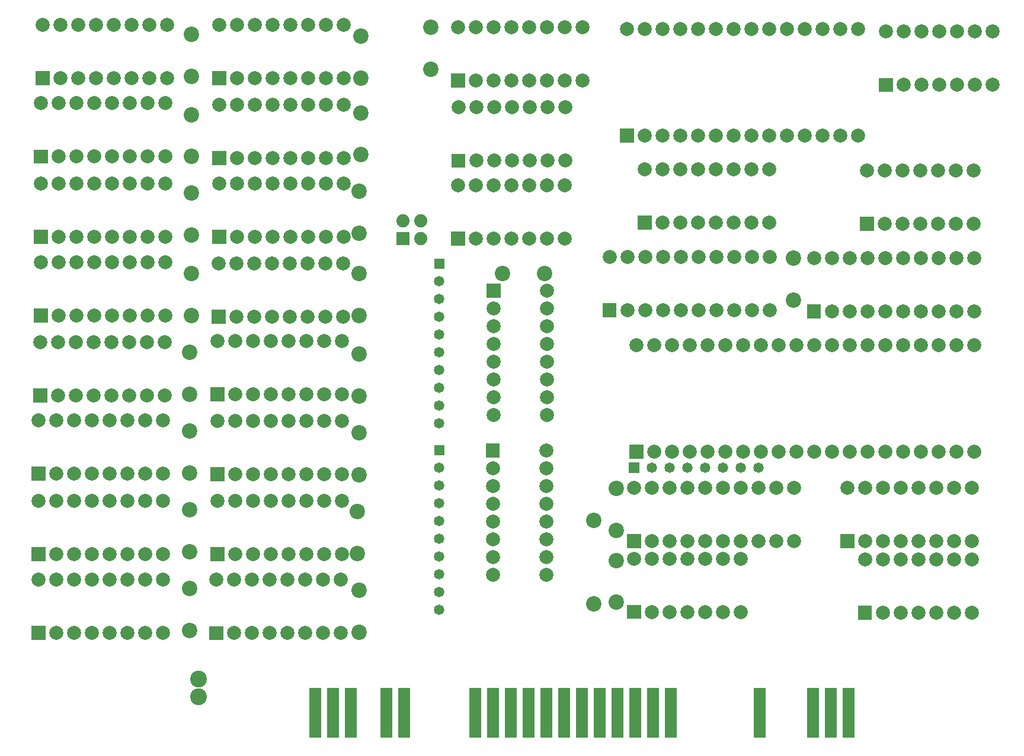
<source format=gbr>
%FSLAX34Y34*%
%MOMM*%
%LNSOLDERMASK_BOTTOM*%
G71*
G01*
%ADD10C,2.200*%
%ADD11R,1.800X7.200*%
%ADD12C,2.000*%
%ADD13C,2.400*%
%ADD14C,1.480*%
%ADD15C,1.880*%
%LPD*%
X700000Y672500D02*
G54D10*
D03*
X760000Y672500D02*
G54D10*
D03*
X862500Y262500D02*
G54D10*
D03*
X862500Y202500D02*
G54D10*
D03*
X862500Y365000D02*
G54D10*
D03*
X862500Y305000D02*
G54D10*
D03*
X495000Y220000D02*
G54D10*
D03*
X495000Y160000D02*
G54D10*
D03*
X492500Y332500D02*
G54D10*
D03*
X492500Y272500D02*
G54D10*
D03*
X495000Y445000D02*
G54D10*
D03*
X495000Y385000D02*
G54D10*
D03*
X495000Y557500D02*
G54D10*
D03*
X495000Y497500D02*
G54D10*
D03*
X495000Y672500D02*
G54D10*
D03*
X495000Y612500D02*
G54D10*
D03*
X495000Y790000D02*
G54D10*
D03*
X495000Y730000D02*
G54D10*
D03*
X497500Y902500D02*
G54D10*
D03*
X497500Y842500D02*
G54D10*
D03*
X497500Y1012500D02*
G54D10*
D03*
X497500Y952500D02*
G54D10*
D03*
X597500Y1025000D02*
G54D10*
D03*
X597500Y965000D02*
G54D10*
D03*
X1115000Y695000D02*
G54D10*
D03*
X1115000Y635000D02*
G54D10*
D03*
X255000Y1015000D02*
G54D10*
D03*
X255000Y955000D02*
G54D10*
D03*
X255000Y900000D02*
G54D10*
D03*
X255000Y840000D02*
G54D10*
D03*
X255000Y787500D02*
G54D10*
D03*
X255000Y727500D02*
G54D10*
D03*
X255000Y672500D02*
G54D10*
D03*
X255000Y612500D02*
G54D10*
D03*
X252500Y560000D02*
G54D10*
D03*
X252500Y500000D02*
G54D10*
D03*
X252500Y447500D02*
G54D10*
D03*
X252500Y387500D02*
G54D10*
D03*
X252500Y335000D02*
G54D10*
D03*
X252500Y275000D02*
G54D10*
D03*
X252500Y222500D02*
G54D10*
D03*
X252500Y162500D02*
G54D10*
D03*
X830000Y320000D02*
G54D10*
D03*
X830000Y200000D02*
G54D10*
D03*
X660400Y44450D02*
G54D11*
D03*
X685800Y44450D02*
G54D11*
D03*
X711200Y44450D02*
G54D11*
D03*
X736600Y44450D02*
G54D11*
D03*
X762000Y44450D02*
G54D11*
D03*
X787400Y44450D02*
G54D11*
D03*
X812800Y44450D02*
G54D11*
D03*
X838200Y44450D02*
G54D11*
D03*
X863600Y44450D02*
G54D11*
D03*
X889000Y44450D02*
G54D11*
D03*
X914400Y44450D02*
G54D11*
D03*
X939800Y44450D02*
G54D11*
D03*
X1066800Y44450D02*
G54D11*
D03*
X1143000Y44450D02*
G54D11*
D03*
X1168400Y44450D02*
G54D11*
D03*
X1193800Y44450D02*
G54D11*
D03*
X558800Y44450D02*
G54D11*
D03*
X533400Y44450D02*
G54D11*
D03*
X482600Y44450D02*
G54D11*
D03*
X457200Y44450D02*
G54D11*
D03*
X431800Y44450D02*
G54D11*
D03*
G36*
X32500Y962138D02*
X52500Y962138D01*
X52500Y942138D01*
X32500Y942138D01*
X32500Y962138D01*
G37*
X67900Y952138D02*
G54D12*
D03*
X93300Y952138D02*
G54D12*
D03*
X118700Y952138D02*
G54D12*
D03*
X144100Y952138D02*
G54D12*
D03*
X169500Y952138D02*
G54D12*
D03*
X194900Y952138D02*
G54D12*
D03*
X220300Y952138D02*
G54D12*
D03*
X220300Y1028338D02*
G54D12*
D03*
X194900Y1028338D02*
G54D12*
D03*
X169500Y1028338D02*
G54D12*
D03*
X144100Y1028338D02*
G54D12*
D03*
X118700Y1028338D02*
G54D12*
D03*
X93300Y1028338D02*
G54D12*
D03*
X67900Y1028338D02*
G54D12*
D03*
X42500Y1028338D02*
G54D12*
D03*
G36*
X30000Y850000D02*
X50000Y850000D01*
X50000Y830000D01*
X30000Y830000D01*
X30000Y850000D01*
G37*
X65400Y840000D02*
G54D12*
D03*
X90800Y840000D02*
G54D12*
D03*
X116200Y840000D02*
G54D12*
D03*
X141600Y840000D02*
G54D12*
D03*
X167000Y840000D02*
G54D12*
D03*
X192400Y840000D02*
G54D12*
D03*
X217800Y840000D02*
G54D12*
D03*
X217800Y916200D02*
G54D12*
D03*
X192400Y916200D02*
G54D12*
D03*
X167000Y916200D02*
G54D12*
D03*
X141600Y916200D02*
G54D12*
D03*
X116200Y916200D02*
G54D12*
D03*
X90800Y916200D02*
G54D12*
D03*
X65400Y916200D02*
G54D12*
D03*
X40000Y916200D02*
G54D12*
D03*
G36*
X30000Y735000D02*
X50000Y735000D01*
X50000Y715000D01*
X30000Y715000D01*
X30000Y735000D01*
G37*
X65400Y725000D02*
G54D12*
D03*
X90800Y725000D02*
G54D12*
D03*
X116200Y725000D02*
G54D12*
D03*
X141600Y725000D02*
G54D12*
D03*
X167000Y725000D02*
G54D12*
D03*
X192400Y725000D02*
G54D12*
D03*
X217800Y725000D02*
G54D12*
D03*
X217800Y801200D02*
G54D12*
D03*
X192400Y801200D02*
G54D12*
D03*
X167000Y801200D02*
G54D12*
D03*
X141600Y801200D02*
G54D12*
D03*
X116200Y801200D02*
G54D12*
D03*
X90800Y801200D02*
G54D12*
D03*
X65400Y801200D02*
G54D12*
D03*
X40000Y801200D02*
G54D12*
D03*
G36*
X30000Y622500D02*
X50000Y622500D01*
X50000Y602500D01*
X30000Y602500D01*
X30000Y622500D01*
G37*
X65400Y612500D02*
G54D12*
D03*
X90800Y612500D02*
G54D12*
D03*
X116200Y612500D02*
G54D12*
D03*
X141600Y612500D02*
G54D12*
D03*
X167000Y612500D02*
G54D12*
D03*
X192400Y612500D02*
G54D12*
D03*
X217800Y612500D02*
G54D12*
D03*
X217800Y688700D02*
G54D12*
D03*
X192400Y688700D02*
G54D12*
D03*
X167000Y688700D02*
G54D12*
D03*
X141600Y688700D02*
G54D12*
D03*
X116200Y688700D02*
G54D12*
D03*
X90800Y688700D02*
G54D12*
D03*
X65400Y688700D02*
G54D12*
D03*
X40000Y688700D02*
G54D12*
D03*
G36*
X29025Y508475D02*
X49025Y508475D01*
X49025Y488475D01*
X29025Y488475D01*
X29025Y508475D01*
G37*
X64425Y498475D02*
G54D12*
D03*
X89825Y498475D02*
G54D12*
D03*
X115225Y498475D02*
G54D12*
D03*
X140625Y498475D02*
G54D12*
D03*
X166025Y498475D02*
G54D12*
D03*
X191425Y498475D02*
G54D12*
D03*
X216825Y498475D02*
G54D12*
D03*
X216825Y574675D02*
G54D12*
D03*
X191425Y574675D02*
G54D12*
D03*
X166025Y574675D02*
G54D12*
D03*
X140625Y574675D02*
G54D12*
D03*
X115225Y574675D02*
G54D12*
D03*
X89825Y574675D02*
G54D12*
D03*
X64425Y574675D02*
G54D12*
D03*
X39025Y574675D02*
G54D12*
D03*
G36*
X26525Y396338D02*
X46525Y396338D01*
X46525Y376338D01*
X26525Y376338D01*
X26525Y396338D01*
G37*
X61925Y386338D02*
G54D12*
D03*
X87325Y386338D02*
G54D12*
D03*
X112725Y386338D02*
G54D12*
D03*
X138125Y386338D02*
G54D12*
D03*
X163525Y386338D02*
G54D12*
D03*
X188925Y386338D02*
G54D12*
D03*
X214325Y386338D02*
G54D12*
D03*
X214325Y462538D02*
G54D12*
D03*
X188925Y462538D02*
G54D12*
D03*
X163525Y462538D02*
G54D12*
D03*
X138125Y462538D02*
G54D12*
D03*
X112725Y462538D02*
G54D12*
D03*
X87325Y462538D02*
G54D12*
D03*
X61925Y462538D02*
G54D12*
D03*
X36525Y462538D02*
G54D12*
D03*
G36*
X26525Y281338D02*
X46525Y281338D01*
X46525Y261338D01*
X26525Y261338D01*
X26525Y281338D01*
G37*
X61925Y271338D02*
G54D12*
D03*
X87325Y271338D02*
G54D12*
D03*
X112725Y271338D02*
G54D12*
D03*
X138125Y271338D02*
G54D12*
D03*
X163525Y271338D02*
G54D12*
D03*
X188925Y271338D02*
G54D12*
D03*
X214325Y271338D02*
G54D12*
D03*
X214325Y347538D02*
G54D12*
D03*
X188925Y347538D02*
G54D12*
D03*
X163525Y347538D02*
G54D12*
D03*
X138125Y347538D02*
G54D12*
D03*
X112725Y347538D02*
G54D12*
D03*
X87325Y347538D02*
G54D12*
D03*
X61925Y347538D02*
G54D12*
D03*
X36525Y347538D02*
G54D12*
D03*
G36*
X26525Y168838D02*
X46525Y168838D01*
X46525Y148838D01*
X26525Y148838D01*
X26525Y168838D01*
G37*
X61925Y158838D02*
G54D12*
D03*
X87325Y158838D02*
G54D12*
D03*
X112725Y158838D02*
G54D12*
D03*
X138125Y158838D02*
G54D12*
D03*
X163525Y158838D02*
G54D12*
D03*
X188925Y158838D02*
G54D12*
D03*
X214325Y158838D02*
G54D12*
D03*
X214325Y235038D02*
G54D12*
D03*
X188925Y235038D02*
G54D12*
D03*
X163525Y235038D02*
G54D12*
D03*
X138125Y235038D02*
G54D12*
D03*
X112725Y235038D02*
G54D12*
D03*
X87325Y235038D02*
G54D12*
D03*
X61925Y235038D02*
G54D12*
D03*
X36525Y235038D02*
G54D12*
D03*
G36*
X284912Y962138D02*
X304912Y962138D01*
X304912Y942138D01*
X284912Y942138D01*
X284912Y962138D01*
G37*
X320312Y952138D02*
G54D12*
D03*
X345712Y952138D02*
G54D12*
D03*
X371112Y952138D02*
G54D12*
D03*
X396512Y952138D02*
G54D12*
D03*
X421912Y952138D02*
G54D12*
D03*
X447312Y952138D02*
G54D12*
D03*
X472712Y952138D02*
G54D12*
D03*
X472712Y1028338D02*
G54D12*
D03*
X447312Y1028338D02*
G54D12*
D03*
X421912Y1028338D02*
G54D12*
D03*
X396512Y1028338D02*
G54D12*
D03*
X371112Y1028338D02*
G54D12*
D03*
X345712Y1028338D02*
G54D12*
D03*
X320312Y1028338D02*
G54D12*
D03*
X294912Y1028338D02*
G54D12*
D03*
G36*
X284912Y847838D02*
X304912Y847838D01*
X304912Y827838D01*
X284912Y827838D01*
X284912Y847838D01*
G37*
X320312Y837838D02*
G54D12*
D03*
X345712Y837838D02*
G54D12*
D03*
X371112Y837838D02*
G54D12*
D03*
X396512Y837838D02*
G54D12*
D03*
X421912Y837838D02*
G54D12*
D03*
X447312Y837838D02*
G54D12*
D03*
X472712Y837838D02*
G54D12*
D03*
X472712Y914038D02*
G54D12*
D03*
X447312Y914038D02*
G54D12*
D03*
X421912Y914038D02*
G54D12*
D03*
X396512Y914038D02*
G54D12*
D03*
X371112Y914038D02*
G54D12*
D03*
X345712Y914038D02*
G54D12*
D03*
X320312Y914038D02*
G54D12*
D03*
X294912Y914038D02*
G54D12*
D03*
G36*
X284912Y735125D02*
X304912Y735125D01*
X304912Y715125D01*
X284912Y715125D01*
X284912Y735125D01*
G37*
X320312Y725125D02*
G54D12*
D03*
X345712Y725125D02*
G54D12*
D03*
X371112Y725125D02*
G54D12*
D03*
X396512Y725125D02*
G54D12*
D03*
X421912Y725125D02*
G54D12*
D03*
X447312Y725125D02*
G54D12*
D03*
X472712Y725125D02*
G54D12*
D03*
X472712Y801325D02*
G54D12*
D03*
X447312Y801325D02*
G54D12*
D03*
X421912Y801325D02*
G54D12*
D03*
X396512Y801325D02*
G54D12*
D03*
X371112Y801325D02*
G54D12*
D03*
X345712Y801325D02*
G54D12*
D03*
X320312Y801325D02*
G54D12*
D03*
X294912Y801325D02*
G54D12*
D03*
G36*
X284000Y620912D02*
X304000Y620912D01*
X304000Y600912D01*
X284000Y600912D01*
X284000Y620912D01*
G37*
X319400Y610912D02*
G54D12*
D03*
X344800Y610912D02*
G54D12*
D03*
X370200Y610912D02*
G54D12*
D03*
X395600Y610912D02*
G54D12*
D03*
X421000Y610912D02*
G54D12*
D03*
X446400Y610912D02*
G54D12*
D03*
X471800Y610912D02*
G54D12*
D03*
X471800Y687112D02*
G54D12*
D03*
X446400Y687112D02*
G54D12*
D03*
X421000Y687112D02*
G54D12*
D03*
X395600Y687112D02*
G54D12*
D03*
X370200Y687112D02*
G54D12*
D03*
X344800Y687112D02*
G54D12*
D03*
X319400Y687112D02*
G54D12*
D03*
X294000Y687112D02*
G54D12*
D03*
G36*
X282412Y509787D02*
X302412Y509787D01*
X302412Y489787D01*
X282412Y489787D01*
X282412Y509787D01*
G37*
X317812Y499787D02*
G54D12*
D03*
X343212Y499787D02*
G54D12*
D03*
X368612Y499787D02*
G54D12*
D03*
X394012Y499787D02*
G54D12*
D03*
X419412Y499787D02*
G54D12*
D03*
X444812Y499787D02*
G54D12*
D03*
X470212Y499787D02*
G54D12*
D03*
X470212Y575988D02*
G54D12*
D03*
X444812Y575988D02*
G54D12*
D03*
X419412Y575988D02*
G54D12*
D03*
X394012Y575988D02*
G54D12*
D03*
X368612Y575988D02*
G54D12*
D03*
X343212Y575988D02*
G54D12*
D03*
X317812Y575988D02*
G54D12*
D03*
X292412Y575988D02*
G54D12*
D03*
G36*
X282412Y395488D02*
X302412Y395488D01*
X302412Y375488D01*
X282412Y375488D01*
X282412Y395488D01*
G37*
X317812Y385488D02*
G54D12*
D03*
X343212Y385488D02*
G54D12*
D03*
X368612Y385488D02*
G54D12*
D03*
X394012Y385488D02*
G54D12*
D03*
X419412Y385488D02*
G54D12*
D03*
X444812Y385488D02*
G54D12*
D03*
X470212Y385488D02*
G54D12*
D03*
X470212Y461688D02*
G54D12*
D03*
X444812Y461688D02*
G54D12*
D03*
X419412Y461688D02*
G54D12*
D03*
X394012Y461688D02*
G54D12*
D03*
X368612Y461688D02*
G54D12*
D03*
X343212Y461688D02*
G54D12*
D03*
X317812Y461688D02*
G54D12*
D03*
X292412Y461688D02*
G54D12*
D03*
G36*
X282412Y281188D02*
X302412Y281188D01*
X302412Y261188D01*
X282412Y261188D01*
X282412Y281188D01*
G37*
X317812Y271188D02*
G54D12*
D03*
X343212Y271188D02*
G54D12*
D03*
X368612Y271188D02*
G54D12*
D03*
X394012Y271188D02*
G54D12*
D03*
X419412Y271188D02*
G54D12*
D03*
X444812Y271188D02*
G54D12*
D03*
X470212Y271188D02*
G54D12*
D03*
X470212Y347388D02*
G54D12*
D03*
X444812Y347388D02*
G54D12*
D03*
X419412Y347388D02*
G54D12*
D03*
X394012Y347388D02*
G54D12*
D03*
X368612Y347388D02*
G54D12*
D03*
X343212Y347388D02*
G54D12*
D03*
X317812Y347388D02*
G54D12*
D03*
X292412Y347388D02*
G54D12*
D03*
G36*
X280825Y168475D02*
X300825Y168475D01*
X300825Y148475D01*
X280825Y148475D01*
X280825Y168475D01*
G37*
X316225Y158475D02*
G54D12*
D03*
X341625Y158475D02*
G54D12*
D03*
X367025Y158475D02*
G54D12*
D03*
X392425Y158475D02*
G54D12*
D03*
X417825Y158475D02*
G54D12*
D03*
X443225Y158475D02*
G54D12*
D03*
X468625Y158475D02*
G54D12*
D03*
X468625Y234675D02*
G54D12*
D03*
X443225Y234675D02*
G54D12*
D03*
X417825Y234675D02*
G54D12*
D03*
X392425Y234675D02*
G54D12*
D03*
X367025Y234675D02*
G54D12*
D03*
X341625Y234675D02*
G54D12*
D03*
X316225Y234675D02*
G54D12*
D03*
X290825Y234675D02*
G54D12*
D03*
X265200Y67300D02*
G54D13*
D03*
X265200Y92700D02*
G54D13*
D03*
G36*
X880850Y427750D02*
X900850Y427750D01*
X900850Y407750D01*
X880850Y407750D01*
X880850Y427750D01*
G37*
X916250Y417750D02*
G54D12*
D03*
X941650Y417750D02*
G54D12*
D03*
X967050Y417750D02*
G54D12*
D03*
X992450Y417750D02*
G54D12*
D03*
X1017850Y417750D02*
G54D12*
D03*
X1043250Y417750D02*
G54D12*
D03*
X1068650Y417750D02*
G54D12*
D03*
X1094050Y417750D02*
G54D12*
D03*
X1119450Y417750D02*
G54D12*
D03*
X1144850Y417750D02*
G54D12*
D03*
X1170250Y417750D02*
G54D12*
D03*
X1195650Y417750D02*
G54D12*
D03*
X1221050Y417750D02*
G54D12*
D03*
X1246450Y417750D02*
G54D12*
D03*
X1271850Y417750D02*
G54D12*
D03*
X1297250Y417750D02*
G54D12*
D03*
X1322650Y417750D02*
G54D12*
D03*
X1348050Y417750D02*
G54D12*
D03*
X1373450Y417750D02*
G54D12*
D03*
X1373450Y570150D02*
G54D12*
D03*
X1348050Y570150D02*
G54D12*
D03*
X1322650Y570150D02*
G54D12*
D03*
X1297250Y570150D02*
G54D12*
D03*
X1271850Y570150D02*
G54D12*
D03*
X1246450Y570150D02*
G54D12*
D03*
X1221050Y570150D02*
G54D12*
D03*
X1195650Y570150D02*
G54D12*
D03*
X1170250Y570150D02*
G54D12*
D03*
X1144850Y570150D02*
G54D12*
D03*
X1119450Y570150D02*
G54D12*
D03*
X1094050Y570150D02*
G54D12*
D03*
X1068650Y570150D02*
G54D12*
D03*
X1043250Y570150D02*
G54D12*
D03*
X1017850Y570150D02*
G54D12*
D03*
X992450Y570150D02*
G54D12*
D03*
X967050Y570150D02*
G54D12*
D03*
X941650Y570150D02*
G54D12*
D03*
X916250Y570150D02*
G54D12*
D03*
X890850Y570150D02*
G54D12*
D03*
G36*
X877500Y198825D02*
X897500Y198825D01*
X897500Y178825D01*
X877500Y178825D01*
X877500Y198825D01*
G37*
X912900Y188825D02*
G54D12*
D03*
X938300Y188825D02*
G54D12*
D03*
X963700Y188825D02*
G54D12*
D03*
X989100Y188825D02*
G54D12*
D03*
X1014500Y188825D02*
G54D12*
D03*
X1039900Y188825D02*
G54D12*
D03*
X1039900Y265025D02*
G54D12*
D03*
X1014500Y265025D02*
G54D12*
D03*
X989100Y265025D02*
G54D12*
D03*
X963700Y265025D02*
G54D12*
D03*
X938300Y265025D02*
G54D12*
D03*
X912900Y265025D02*
G54D12*
D03*
X887500Y265025D02*
G54D12*
D03*
G36*
X877500Y300000D02*
X897500Y300000D01*
X897500Y280000D01*
X877500Y280000D01*
X877500Y300000D01*
G37*
X912900Y290000D02*
G54D12*
D03*
X938300Y290000D02*
G54D12*
D03*
X963700Y290000D02*
G54D12*
D03*
X989100Y290000D02*
G54D12*
D03*
X1014500Y290000D02*
G54D12*
D03*
X1039900Y290000D02*
G54D12*
D03*
X1065300Y290000D02*
G54D12*
D03*
X1090700Y290000D02*
G54D12*
D03*
X1116100Y290000D02*
G54D12*
D03*
X1116100Y366200D02*
G54D12*
D03*
X1090700Y366200D02*
G54D12*
D03*
X1065300Y366200D02*
G54D12*
D03*
X1039900Y366200D02*
G54D12*
D03*
X1014500Y366200D02*
G54D12*
D03*
X989100Y366200D02*
G54D12*
D03*
X963700Y366200D02*
G54D12*
D03*
X938300Y366200D02*
G54D12*
D03*
X912900Y366200D02*
G54D12*
D03*
X887500Y366200D02*
G54D12*
D03*
G36*
X1134675Y628612D02*
X1154675Y628612D01*
X1154675Y608612D01*
X1134675Y608612D01*
X1134675Y628612D01*
G37*
X1170075Y618612D02*
G54D12*
D03*
X1195475Y618612D02*
G54D12*
D03*
X1220875Y618612D02*
G54D12*
D03*
X1246275Y618612D02*
G54D12*
D03*
X1271675Y618612D02*
G54D12*
D03*
X1297075Y618612D02*
G54D12*
D03*
X1322475Y618612D02*
G54D12*
D03*
X1347875Y618612D02*
G54D12*
D03*
X1373275Y618612D02*
G54D12*
D03*
X1373275Y694812D02*
G54D12*
D03*
X1347875Y694812D02*
G54D12*
D03*
X1322475Y694812D02*
G54D12*
D03*
X1297075Y694812D02*
G54D12*
D03*
X1271675Y694812D02*
G54D12*
D03*
X1246275Y694812D02*
G54D12*
D03*
X1220875Y694812D02*
G54D12*
D03*
X1195475Y694812D02*
G54D12*
D03*
X1170075Y694812D02*
G54D12*
D03*
X1144675Y694812D02*
G54D12*
D03*
G36*
X626200Y958800D02*
X646200Y958800D01*
X646200Y938800D01*
X626200Y938800D01*
X626200Y958800D01*
G37*
X661600Y948800D02*
G54D12*
D03*
X687000Y948800D02*
G54D12*
D03*
X712400Y948800D02*
G54D12*
D03*
X737800Y948800D02*
G54D12*
D03*
X763200Y948800D02*
G54D12*
D03*
X788600Y948800D02*
G54D12*
D03*
X814000Y948800D02*
G54D12*
D03*
X814000Y1025000D02*
G54D12*
D03*
X788600Y1025000D02*
G54D12*
D03*
X763200Y1025000D02*
G54D12*
D03*
X737800Y1025000D02*
G54D12*
D03*
X712400Y1025000D02*
G54D12*
D03*
X687000Y1025000D02*
G54D12*
D03*
X661600Y1025000D02*
G54D12*
D03*
X636200Y1025000D02*
G54D12*
D03*
G36*
X626588Y844088D02*
X646588Y844088D01*
X646588Y824088D01*
X626588Y824088D01*
X626588Y844088D01*
G37*
X661988Y834088D02*
G54D12*
D03*
X687388Y834088D02*
G54D12*
D03*
X712788Y834088D02*
G54D12*
D03*
X738188Y834088D02*
G54D12*
D03*
X763588Y834088D02*
G54D12*
D03*
X788988Y834088D02*
G54D12*
D03*
X788988Y910288D02*
G54D12*
D03*
X763588Y910288D02*
G54D12*
D03*
X738188Y910288D02*
G54D12*
D03*
X712788Y910288D02*
G54D12*
D03*
X687388Y910288D02*
G54D12*
D03*
X661988Y910288D02*
G54D12*
D03*
X636588Y910288D02*
G54D12*
D03*
G36*
X626400Y732500D02*
X646400Y732500D01*
X646400Y712500D01*
X626400Y712500D01*
X626400Y732500D01*
G37*
X661800Y722500D02*
G54D12*
D03*
X687200Y722500D02*
G54D12*
D03*
X712600Y722500D02*
G54D12*
D03*
X738000Y722500D02*
G54D12*
D03*
X763400Y722500D02*
G54D12*
D03*
X788800Y722500D02*
G54D12*
D03*
X788800Y798700D02*
G54D12*
D03*
X763400Y798700D02*
G54D12*
D03*
X738000Y798700D02*
G54D12*
D03*
X712600Y798700D02*
G54D12*
D03*
X687200Y798700D02*
G54D12*
D03*
X661800Y798700D02*
G54D12*
D03*
X636400Y798700D02*
G54D12*
D03*
G36*
X892900Y755600D02*
X912900Y755600D01*
X912900Y735600D01*
X892900Y735600D01*
X892900Y755600D01*
G37*
X928300Y745600D02*
G54D12*
D03*
X953700Y745600D02*
G54D12*
D03*
X979100Y745600D02*
G54D12*
D03*
X1004500Y745600D02*
G54D12*
D03*
X1029900Y745600D02*
G54D12*
D03*
X1055300Y745600D02*
G54D12*
D03*
X1080700Y745600D02*
G54D12*
D03*
X1080700Y821800D02*
G54D12*
D03*
X1055300Y821800D02*
G54D12*
D03*
X1029900Y821800D02*
G54D12*
D03*
X1004500Y821800D02*
G54D12*
D03*
X979100Y821800D02*
G54D12*
D03*
X953700Y821800D02*
G54D12*
D03*
X928300Y821800D02*
G54D12*
D03*
X902900Y821800D02*
G54D12*
D03*
G36*
X867500Y880000D02*
X887500Y880000D01*
X887500Y860000D01*
X867500Y860000D01*
X867500Y880000D01*
G37*
X902900Y870000D02*
G54D12*
D03*
X928300Y870000D02*
G54D12*
D03*
X953700Y870000D02*
G54D12*
D03*
X979100Y870000D02*
G54D12*
D03*
X1004500Y870000D02*
G54D12*
D03*
X1029900Y870000D02*
G54D12*
D03*
X1055300Y870000D02*
G54D12*
D03*
X1080700Y870000D02*
G54D12*
D03*
X1106100Y870000D02*
G54D12*
D03*
X1131500Y870000D02*
G54D12*
D03*
X1156900Y870000D02*
G54D12*
D03*
X1182300Y870000D02*
G54D12*
D03*
X1207700Y870000D02*
G54D12*
D03*
X1207700Y1022400D02*
G54D12*
D03*
X1182300Y1022400D02*
G54D12*
D03*
X1156900Y1022400D02*
G54D12*
D03*
X1131500Y1022400D02*
G54D12*
D03*
X1106100Y1022400D02*
G54D12*
D03*
X1080700Y1022400D02*
G54D12*
D03*
X1055300Y1022400D02*
G54D12*
D03*
X1029900Y1022400D02*
G54D12*
D03*
X1004500Y1022400D02*
G54D12*
D03*
X979100Y1022400D02*
G54D12*
D03*
X953700Y1022400D02*
G54D12*
D03*
X928300Y1022400D02*
G54D12*
D03*
X902900Y1022400D02*
G54D12*
D03*
X877500Y1022400D02*
G54D12*
D03*
G36*
X1237500Y952500D02*
X1257500Y952500D01*
X1257500Y932500D01*
X1237500Y932500D01*
X1237500Y952500D01*
G37*
X1272900Y942500D02*
G54D12*
D03*
X1298300Y942500D02*
G54D12*
D03*
X1323700Y942500D02*
G54D12*
D03*
X1349100Y942500D02*
G54D12*
D03*
X1374500Y942500D02*
G54D12*
D03*
X1399900Y942500D02*
G54D12*
D03*
X1399900Y1018700D02*
G54D12*
D03*
X1374500Y1018700D02*
G54D12*
D03*
X1349100Y1018700D02*
G54D12*
D03*
X1323700Y1018700D02*
G54D12*
D03*
X1298300Y1018700D02*
G54D12*
D03*
X1272900Y1018700D02*
G54D12*
D03*
X1247500Y1018700D02*
G54D12*
D03*
G36*
X1210512Y754062D02*
X1230512Y754062D01*
X1230512Y734062D01*
X1210512Y734062D01*
X1210512Y754062D01*
G37*
X1245912Y744062D02*
G54D12*
D03*
X1271312Y744062D02*
G54D12*
D03*
X1296712Y744062D02*
G54D12*
D03*
X1322112Y744062D02*
G54D12*
D03*
X1347512Y744062D02*
G54D12*
D03*
X1372912Y744062D02*
G54D12*
D03*
X1372912Y820262D02*
G54D12*
D03*
X1347512Y820262D02*
G54D12*
D03*
X1322112Y820262D02*
G54D12*
D03*
X1296712Y820262D02*
G54D12*
D03*
X1271312Y820262D02*
G54D12*
D03*
X1245912Y820262D02*
G54D12*
D03*
X1220512Y820262D02*
G54D12*
D03*
G36*
X842500Y630000D02*
X862500Y630000D01*
X862500Y610000D01*
X842500Y610000D01*
X842500Y630000D01*
G37*
X877900Y620000D02*
G54D12*
D03*
X903300Y620000D02*
G54D12*
D03*
X928700Y620000D02*
G54D12*
D03*
X954100Y620000D02*
G54D12*
D03*
X979500Y620000D02*
G54D12*
D03*
X1004900Y620000D02*
G54D12*
D03*
X1030300Y620000D02*
G54D12*
D03*
X1055700Y620000D02*
G54D12*
D03*
X1081100Y620000D02*
G54D12*
D03*
X1081100Y696200D02*
G54D12*
D03*
X1055700Y696200D02*
G54D12*
D03*
X1030300Y696200D02*
G54D12*
D03*
X1004900Y696200D02*
G54D12*
D03*
X979500Y696200D02*
G54D12*
D03*
X954100Y696200D02*
G54D12*
D03*
X928700Y696200D02*
G54D12*
D03*
X903300Y696200D02*
G54D12*
D03*
X877900Y696200D02*
G54D12*
D03*
X852500Y696200D02*
G54D12*
D03*
G36*
X1207500Y197500D02*
X1227500Y197500D01*
X1227500Y177500D01*
X1207500Y177500D01*
X1207500Y197500D01*
G37*
X1242900Y187500D02*
G54D12*
D03*
X1268300Y187500D02*
G54D12*
D03*
X1293700Y187500D02*
G54D12*
D03*
X1319100Y187500D02*
G54D12*
D03*
X1344500Y187500D02*
G54D12*
D03*
X1369900Y187500D02*
G54D12*
D03*
X1369900Y263700D02*
G54D12*
D03*
X1344500Y263700D02*
G54D12*
D03*
X1319100Y263700D02*
G54D12*
D03*
X1293700Y263700D02*
G54D12*
D03*
X1268300Y263700D02*
G54D12*
D03*
X1242900Y263700D02*
G54D12*
D03*
X1217500Y263700D02*
G54D12*
D03*
G36*
X1182500Y300000D02*
X1202500Y300000D01*
X1202500Y280000D01*
X1182500Y280000D01*
X1182500Y300000D01*
G37*
X1217900Y290000D02*
G54D12*
D03*
X1243300Y290000D02*
G54D12*
D03*
X1268700Y290000D02*
G54D12*
D03*
X1294100Y290000D02*
G54D12*
D03*
X1319500Y290000D02*
G54D12*
D03*
X1344900Y290000D02*
G54D12*
D03*
X1370300Y290000D02*
G54D12*
D03*
X1370300Y366200D02*
G54D12*
D03*
X1344900Y366200D02*
G54D12*
D03*
X1319500Y366200D02*
G54D12*
D03*
X1294100Y366200D02*
G54D12*
D03*
X1268700Y366200D02*
G54D12*
D03*
X1243300Y366200D02*
G54D12*
D03*
X1217900Y366200D02*
G54D12*
D03*
X1192500Y366200D02*
G54D12*
D03*
G36*
X697050Y658250D02*
X697050Y638250D01*
X677050Y638250D01*
X677050Y658250D01*
X697050Y658250D01*
G37*
X687050Y622850D02*
G54D12*
D03*
X687050Y597450D02*
G54D12*
D03*
X687050Y572050D02*
G54D12*
D03*
X687050Y546650D02*
G54D12*
D03*
X687050Y521250D02*
G54D12*
D03*
X687050Y495850D02*
G54D12*
D03*
X687050Y470450D02*
G54D12*
D03*
X763250Y470450D02*
G54D12*
D03*
X763250Y495850D02*
G54D12*
D03*
X763250Y521250D02*
G54D12*
D03*
X763250Y546650D02*
G54D12*
D03*
X763250Y572050D02*
G54D12*
D03*
X763250Y597450D02*
G54D12*
D03*
X763250Y622850D02*
G54D12*
D03*
X763250Y648250D02*
G54D12*
D03*
G36*
X695800Y429500D02*
X695800Y409500D01*
X675800Y409500D01*
X675800Y429500D01*
X695800Y429500D01*
G37*
X685800Y394100D02*
G54D12*
D03*
X685800Y368700D02*
G54D12*
D03*
X685800Y343300D02*
G54D12*
D03*
X685800Y317900D02*
G54D12*
D03*
X685800Y292500D02*
G54D12*
D03*
X685800Y267100D02*
G54D12*
D03*
X685800Y241700D02*
G54D12*
D03*
X762000Y241700D02*
G54D12*
D03*
X762000Y267100D02*
G54D12*
D03*
X762000Y292500D02*
G54D12*
D03*
X762000Y317900D02*
G54D12*
D03*
X762000Y343300D02*
G54D12*
D03*
X762000Y368700D02*
G54D12*
D03*
X762000Y394100D02*
G54D12*
D03*
X762000Y419500D02*
G54D12*
D03*
G36*
X880100Y402400D02*
X894900Y402400D01*
X894900Y387600D01*
X880100Y387600D01*
X880100Y402400D01*
G37*
X912900Y395000D02*
G54D14*
D03*
X938300Y395000D02*
G54D14*
D03*
X963700Y395000D02*
G54D14*
D03*
X989100Y395000D02*
G54D14*
D03*
X1014500Y395000D02*
G54D14*
D03*
X1039900Y395000D02*
G54D14*
D03*
X1065300Y395000D02*
G54D14*
D03*
G36*
X616700Y694200D02*
X616700Y679400D01*
X601900Y679400D01*
X601900Y694200D01*
X616700Y694200D01*
G37*
X609300Y661400D02*
G54D14*
D03*
X609300Y636000D02*
G54D14*
D03*
X609300Y610600D02*
G54D14*
D03*
X609300Y585200D02*
G54D14*
D03*
X609300Y559800D02*
G54D14*
D03*
X609300Y534400D02*
G54D14*
D03*
X609300Y509000D02*
G54D14*
D03*
X609300Y483600D02*
G54D14*
D03*
X609300Y458200D02*
G54D14*
D03*
G36*
X616700Y427500D02*
X616700Y412700D01*
X601900Y412700D01*
X601900Y427500D01*
X616700Y427500D01*
G37*
X609300Y394700D02*
G54D14*
D03*
X609300Y369300D02*
G54D14*
D03*
X609300Y343900D02*
G54D14*
D03*
X609300Y318500D02*
G54D14*
D03*
X609300Y293100D02*
G54D14*
D03*
X609300Y267700D02*
G54D14*
D03*
X609300Y242300D02*
G54D14*
D03*
X609300Y216900D02*
G54D14*
D03*
X609300Y191500D02*
G54D14*
D03*
G36*
X548100Y731900D02*
X566900Y731900D01*
X566900Y713100D01*
X548100Y713100D01*
X548100Y731900D01*
G37*
X557500Y747900D02*
G54D15*
D03*
X582900Y722500D02*
G54D15*
D03*
X582900Y747900D02*
G54D15*
D03*
M02*

</source>
